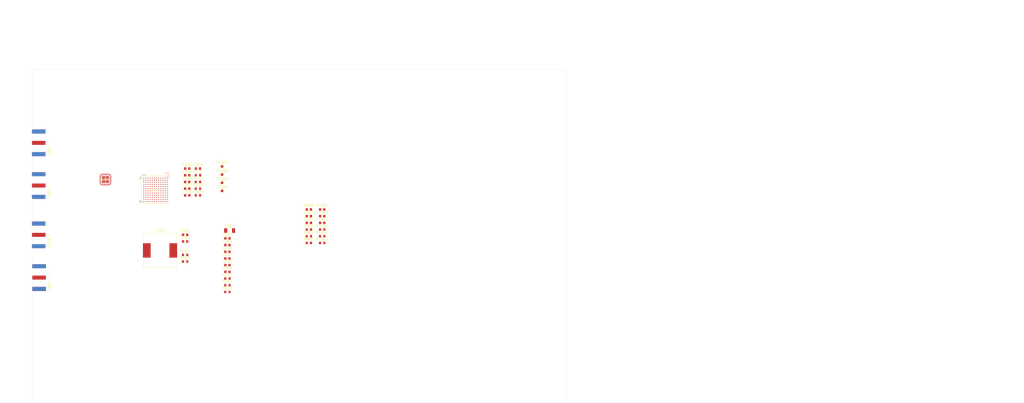
<source format=kicad_pcb>
(kicad_pcb (version 20240108) (generator "pcbnew") (generator_version "8.0")
  (title_block (date "2024-12-28"))
  (layers (0 "F.Cu" signal "RF.Cu") (1 "In1.Cu" power "GND.Cu") (2 "In2.Cu" signal "PWR.Cu") (3 "In3.Cu" power "GND2.Cu") (4 "In4.Cu" signal "LF.Cu") (5 "In5.Cu" power "PWR2.Cu") (6 "In6.Cu" power "GND3.Cu") (31 "B.Cu" signal "BTM.Cu") (34 "B.Paste" user) (35 "F.Paste" user) (36 "B.SilkS" user "B.Silkscreen") (37 "F.SilkS" user "F.Silkscreen") (38 "B.Mask" user) (39 "F.Mask" user) (44 "Edge.Cuts" user))
  (net 0 "")
  (net 1 "/RF/SMA/BAL_OUT1")
  (net 2 "/RF/RX1A_N")
  (net 3 "/RF/SMA/BAL_OUT2")
  (net 4 "/RF/RX1A_P")
  (net 5 "/RF/SMA1/BAL_OUT1")
  (net 6 "/RF/RX2A_N")
  (net 7 "/RF/RX2A_P")
  (net 8 "/RF/SMA1/BAL_OUT2")
  (net 9 "/RF/TX_MON1")
  (net 10 "Net-(C305-Pad1)")
  (net 11 "Net-(C306-Pad1)")
  (net 12 "/RF/TX_MON2")
  (net 13 "GND")
  (net 14 "/RF/RX1A")
  (net 15 "/RF/RX2A")
  (net 16 "/RF/TX1A")
  (net 17 "/RF/TX2A")
  (net 18 "Net-(R301-Pad2)")
  (net 19 "Net-(R302-Pad2)")
  (net 116 "/POWER/Vin")
  (net 117 "Net-(L201-Pad2)")
  (net 118 "/POWER/Vout")
  (net 119 "Net-(U201-RT)")
  (net 120 "/POWER/Pg")
  (net 121 "/POWER/Fb")
  (net 122 "/POWER/Vc")
  (net 124 "/POWER/Sync")
  (net 128 "/POWER/ss")
  (net 129 "Net-(C207-Pad2)")
  (net 130 "/POWER/LDO/1V3")
  (net 132 "Net-(U1001-SS)")
  (net 133 "/POWER/LDO1/1V3")
  (net 134 "/POWER/LDO/Pg")
  (net 135 "/POWER/LDO1/Pg")
  (net 136 "Net-(U1001-ADJ)")
  (footprint "Resistor_SMD:R_0603_1608Metric" (layer "F.Cu") (at 107.175 94.49)
    (property "Reference" "R201" (at 0 -1.43 0) (layer "F.SilkS"))
    (property "Value" "100k")
    (fp_line (start -0.237258 -0.5225) (end 0.237258 -0.5225) (stroke (width 0.12)) (layer "F.SilkS"))
    (fp_line (start -0.237258 0.5225) (end 0.237258 0.5225) (stroke (width 0.12)) (layer "F.SilkS"))
    (pad "1" smd roundrect (at -0.825 0) (size 0.8 0.95) (layers "F.Cu" "F.Paste" "F.Mask") (net 119 "Net-(U201-RT)"))
    (pad "2" smd roundrect (at 0.825 0) (size 0.8 0.95) (layers "F.Cu" "F.Paste" "F.Mask") (net 13 "GND"))
  )
  (footprint "Capacitor_SMD:C_0603_1608Metric" (layer "F.Cu") (at 158.5 82.49)
    (property "Reference" "C1003" (at 0 -1.43 0) (layer "F.SilkS"))
    (property "Value" "4.7uF")
    (fp_line (start -0.14058 -0.51) (end 0.14058 -0.51) (stroke (width 0.12)) (layer "F.SilkS"))
    (fp_line (start -0.14058 0.51) (end 0.14058 0.51) (stroke (width 0.12)) (layer "F.SilkS"))
    (pad "1" smd roundrect (at -0.775 0) (size 0.9 0.95) (layers "F.Cu" "F.Paste" "F.Mask") (net 133 "/POWER/LDO1/1V3"))
    (pad "2" smd roundrect (at 0.775 0) (size 0.9 0.95) (layers "F.Cu" "F.Paste" "F.Mask") (net 13 "GND"))
  )
  (footprint "Capacitor_SMD:C_0603_1608Metric" (layer "F.Cu") (at 153.5 82.49)
    (property "Reference" "C903" (at 0 -1.43 0) (layer "F.SilkS"))
    (property "Value" "1nF")
    (fp_line (start -0.14058 -0.51) (end 0.14058 -0.51) (stroke (width 0.12)) (layer "F.SilkS"))
    (fp_line (start -0.14058 0.51) (end 0.14058 0.51) (stroke (width 0.12)) (layer "F.SilkS"))
    (pad "1" smd roundrect (at -0.775 0) (size 0.9 0.95) (layers "F.Cu" "F.Paste" "F.Mask"))
    (pad "2" smd roundrect (at 0.775 0) (size 0.9 0.95) (layers "F.Cu" "F.Paste" "F.Mask") (net 13 "GND"))
  )
  (footprint "Connector_Coaxial:SMA_Amphenol_132289_EdgeMount" (layer "F.Cu") (at 52.3625 87 180)
    (property "Reference" "J303" (at -3.96 -3 90) (layer "F.SilkS"))
    (property "Value" "Conn_Coaxial")
    (fp_line (start -3.21 0) (end -3.71 -0.25) (stroke (width 0.12)) (layer "F.SilkS"))
    (fp_line (start -3.71 0.25) (end -3.21 0) (stroke (width 0.12)) (layer "F.SilkS"))
    (fp_line (start -3.71 -0.25) (end -3.71 0.25) (stroke (width 0.12)) (layer "F.SilkS"))
    (pad "1" smd rect (at 0 0 270) (size 1.5 5.08) (layers "F.Cu" "F.Paste" "F.Mask") (net 16 "/RF/TX1A"))
    (pad "2" smd rect (at 0 -4.25 270) (size 1.5 5.08) (layers "F.Cu" "F.Paste" "F.Mask") (net 13 "GND"))
    (pad "2" smd rect (at 0 -4.25 270) (size 1.5 5.08) (layers "B.Cu" "B.Paste" "B.Mask") (net 13 "GND"))
    (pad "2" smd rect (at 0 4.25 270) (size 1.5 5.08) (layers "F.Cu" "F.Paste" "F.Mask") (net 13 "GND"))
    (pad "2" smd rect (at 0 4.25 270) (size 1.5 5.08) (layers "B.Cu" "B.Paste" "B.Mask") (net 13 "GND"))
  )
  (footprint "Package_BGA:BC_144_7_ADI" (layer "F.Cu") (at 96.100001 70.100001)
    (property "Reference" "U301" (at 0 0 0) (layer "F.SilkS"))
    (property "Value" "AD9361BBCZ")
    (fp_line (start -5.127 -5.127) (end -5.127 5.127) (stroke (width 0.1524)) (layer "F.SilkS"))
    (fp_line (start -5.127 5.127) (end 5.127 5.127) (stroke (width 0.1524)) (layer "F.SilkS"))
    (fp_line (start -5 -1.199896) (end -5.254 -1.199896) (stroke (width 0.0254)) (layer "F.SilkS"))
    (fp_line (start -5 2.800096) (end -5.254 2.800096) (stroke (width 0.0254)) (layer "F.SilkS"))
    (fp_line (start -1.199896 -5) (end -1.199896 -5.254) (stroke (width 0.0254)) (layer "F.SilkS"))
    (fp_line (start -1.199896 5) (end -1.199896 5.254) (stroke (width 0.0254)) (layer "F.SilkS"))
    (fp_line (start 2.800096 -5) (end 2.800096 -5.254) (stroke (width 0.0254)) (layer "F.SilkS"))
    (fp_line (start 2.800096 5) (end 2.800096 5.254) (stroke (width 0.0254)) (layer "F.SilkS"))
    (fp_line (start 5 -1.199896) (end 5.254 -1.199896) (stroke (width 0.0254)) (layer "F.SilkS"))
    (fp_line (start 5 2.800096) (end 5.254 2.800096) (stroke (width 0.0254)) (layer "F.SilkS"))
    (fp_line (start 5.127 -5.127) (end -5.127 -5.127) (stroke (width 0.1524)) (layer "F.SilkS"))
    (fp_line (start 5.127 5.127) (end 5.127 -5.127) (stroke (width 0.1524)) (layer "F.SilkS"))
    (fp_text user "1" (at -4.4 -5.635 90) (layer "B.SilkS"))
    (fp_text user "12" (at 4.399999 -5.635 90) (layer "B.SilkS"))
    (fp_text user "A" (at -5.635 -4.4 0) (layer "B.SilkS"))
    (fp_text user "M" (at -5.635 4.399999 0) (layer "B.SilkS"))
    (fp_text user "1" (at -4.4 -5.635 90) (layer "F.SilkS"))
    (fp_text user "M" (at -5.635 4.399999 0) (layer "F.SilkS"))
    (fp_text user "12" (at 4.399999 -5.635 90) (layer "F.SilkS"))
    (fp_text user "A" (at -5.635 -4.4 0) (layer "F.SilkS"))
    (pad "A1" smd circle (at -4.4 -4.4) (size 0.3556 0.3556) (layers "F.Cu" "F.Paste" "F.Mask") (net 13 "GND"))
    (pad "A2" smd circle (at -3.6 -4.4) (size 0.3556 0.3556) (layers "F.Cu" "F.Paste" "F.Mask") (net 13 "GND"))
    (pad "A3" smd circle (at -2.8 -4.4) (size 0.3556 0.3556) (layers "F.Cu" "F.Paste" "F.Mask"))
    (pad "A4" smd circle (at -2 -4.4) (size 0.3556 0.3556) (layers "F.Cu" "F.Paste" "F.Mask") (net 13 "GND"))
    (pad "A5" smd circle (at -1.2 -4.4) (size 0.3556 0.3556) (layers "F.Cu" "F.Paste" "F.Mask"))
    (pad "A6" smd circle (at -0.4 -4.4) (size 0.3556 0.3556) (layers "F.Cu" "F.Paste" "F.Mask") (net 13 "GND"))
    (pad "A7" smd circle (at 0.4 -4.4) (size 0.3556 0.3556) (layers "F.Cu" "F.Paste" "F.Mask"))
    (pad "A8" smd circle (at 1.2 -4.4) (size 0.3556 0.3556) (layers "F.Cu" "F.Paste" "F.Mask"))
    (pad "A9" smd circle (at 2 -4.4) (size 0.3556 0.3556) (layers "F.Cu" "F.Paste" "F.Mask"))
    (pad "A10" smd circle (at 2.799999 -4.4) (size 0.3556 0.3556) (layers "F.Cu" "F.Paste" "F.Mask"))
    (pad "A11" smd circle (at 3.599999 -4.4) (size 0.3556 0.3556) (layers "F.Cu" "F.Paste" "F.Mask"))
    (pad "A12" smd circle (at 4.399999 -4.4) (size 0.3556 0.3556) (layers "F.Cu" "F.Paste" "F.Mask"))
    (pad "B1" smd circle (at -4.4 -3.6) (size 0.3556 0.3556) (layers "F.Cu" "F.Paste" "F.Mask") (net 13 "GND"))
    (pad "B2" smd circle (at -3.6 -3.6) (size 0.3556 0.3556) (layers "F.Cu" "F.Paste" "F.Mask") (net 13 "GND"))
    (pad "B3" smd circle (at -2.8 -3.6) (size 0.3556 0.3556) (layers "F.Cu" "F.Paste" "F.Mask"))
    (pad "B4" smd circle (at -2 -3.6) (size 0.3556 0.3556) (layers "F.Cu" "F.Paste" "F.Mask"))
    (pad "B5" smd circle (at -1.2 -3.6) (size 0.3556 0.3556) (layers "F.Cu" "F.Paste" "F.Mask"))
    (pad "B6" smd circle (at -0.4 -3.6) (size 0.3556 0.3556) (layers "F.Cu" "F.Paste" "F.Mask"))
    (pad "B7" smd circle (at 0.4 -3.6) (size 0.3556 0.3556) (layers "F.Cu" "F.Paste" "F.Mask"))
    (pad "B8" smd circle (at 1.2 -3.6) (size 0.3556 0.3556) (layers "F.Cu" "F.Paste" "F.Mask"))
    (pad "B9" smd circle (at 2 -3.6) (size 0.3556 0.3556) (layers "F.Cu" "F.Paste" "F.Mask"))
    (pad "B10" smd circle (at 2.799999 -3.6) (size 0.3556 0.3556) (layers "F.Cu" "F.Paste" "F.Mask"))
    (pad "B11" smd circle (at 3.599999 -3.6) (size 0.3556 0.3556) (layers "F.Cu" "F.Paste" "F.Mask"))
    (pad "B12" smd circle (at 4.399999 -3.6) (size 0.3556 0.3556) (layers "F.Cu" "F.Paste" "F.Mask") (net 13 "GND"))
    (pad "C1" smd circle (at -4.4 -2.8) (size 0.3556 0.3556) (layers "F.Cu" "F.Paste" "F.Mask") (net 13 "GND"))
    (pad "C2" smd circle (at -3.6 -2.8) (size 0.3556 0.3556) (layers "F.Cu" "F.Paste" "F.Mask") (net 13 "GND"))
    (pad "C3" smd circle (at -2.8 -2.8) (size 0.3556 0.3556) (layers "F.Cu" "F.Paste" "F.Mask"))
    (pad "C4" smd circle (at -2 -2.8) (size 0.3556 0.3556) (layers "F.Cu" "F.Paste" "F.Mask"))
    (pad "C5" smd circle (at -1.2 -2.8) (size 0.3556 0.3556) (layers "F.Cu" "F.Paste" "F.Mask"))
    (pad "C6" smd circle (at -0.4 -2.8) (size 0.3556 0.3556) (layers "F.Cu" "F.Paste" "F.Mask"))
    (pad "C7" smd circle (at 0.4 -2.8) (size 0.3556 0.3556) (layers "F.Cu" "F.Paste" "F.Mask") (net 13 "GND"))
    (pad "C8" smd circle (at 1.2 -2.8) (size 0.3556 0.3556) (layers "F.Cu" "F.Paste" "F.Mask") (net 13 "GND"))
    (pad "C9" smd circle (at 2 -2.8) (size 0.3556 0.3556) (layers "F.Cu" "F.Paste" "F.Mask") (net 13 "GND"))
    (pad "C10" smd circle (at 2.799999 -2.8) (size 0.3556 0.3556) (layers "F.Cu" "F.Paste" "F.Mask") (net 13 "GND"))
    (pad "C11" smd circle (at 3.599999 -2.8) (size 0.3556 0.3556) (layers "F.Cu" "F.Paste" "F.Mask") (net 13 "GND"))
    (pad "C12" smd circle (at 4.399999 -2.8) (size 0.3556 0.3556) (layers "F.Cu" "F.Paste" "F.Mask") (net 13 "GND"))
    (pad "D1" smd circle (at -4.4 -2) (size 0.3556 0.3556) (layers "F.Cu" "F.Paste" "F.Mask") (net 13 "GND"))
    (pad "D2" smd circle (at -3.6 -2) (size 0.3556 0.3556) (layers "F.Cu" "F.Paste" "F.Mask"))
    (pad "D3" smd circle (at -2.8 -2) (size 0.3556 0.3556) (layers "F.Cu" "F.Paste" "F.Mask"))
    (pad "D4" smd circle (at -2 -2) (size 0.3556 0.3556) (layers "F.Cu" "F.Paste" "F.Mask"))
    (pad "D5" smd circle (at -1.2 -2) (size 0.3556 0.3556) (layers "F.Cu" "F.Paste" "F.Mask"))
    (pad "D6" smd circle (at -0.4 -2) (size 0.3556 0.3556) (layers "F.Cu" "F.Paste" "F.Mask"))
    (pad "D7" smd circle (at 0.4 -2) (size 0.3556 0.3556) (layers "F.Cu" "F.Paste" "F.Mask"))
    (pad "D8" smd circle (at 1.2 -2) (size 0.3556 0.3556) (layers "F.Cu" "F.Paste" "F.Mask"))
    (pad "D9" smd circle (at 2 -2) (size 0.3556 0.3556) (layers "F.Cu" "F.Paste" "F.Mask"))
    (pad "D10" smd circle (at 2.799999 -2) (size 0.3556 0.3556) (layers "F.Cu" "F.Paste" "F.Mask"))
    (pad "D11" smd circle (at 3.599999 -2) (size 0.3556 0.3556) (layers "F.Cu" "F.Paste" "F.Mask"))
    (pad "D12" smd circle (at 4.399999 -2) (size 0.3556 0.3556) (layers "F.Cu" "F.Paste" "F.Mask") (net 13 "GND"))
    (pad "E1" smd circle (at -4.4 -1.2) (size 0.3556 0.3556) (layers "F.Cu" "F.Paste" "F.Mask") (net 13 "GND"))
    (pad "E2" smd circle (at -3.6 -1.2) (size 0.3556 0.3556) (layers "F.Cu" "F.Paste" "F.Mask"))
    (pad "E3" smd circle (at -2.8 -1.2) (size 0.3556 0.3556) (layers "F.Cu" "F.Paste" "F.Mask"))
    (pad "E4" smd circle (at -2 -1.2) (size 0.3556 0.3556) (layers "F.Cu" "F.Paste" "F.Mask"))
    (pad "E5" smd circle (at -1.2 -1.2) (size 0.3556 0.3556) (layers "F.Cu" "F.Paste" "F.Mask"))
    (pad "E6" smd circle (at -0.4 -1.2) (size 0.3556 0.3556) (layers "F.Cu" "F.Paste" "F.Mask"))
    (pad "E7" smd circle (at 0.4 -1.2) (size 0.3556 0.3556) (layers "F.Cu" "F.Paste" "F.Mask"))
    (pad "E8" smd circle (at 1.2 -1.2) (size 0.3556 0.3556) (layers "F.Cu" "F.Paste" "F.Mask"))
    (pad "E9" smd circle (at 2 -1.2) (size 0.3556 0.3556) (layers "F.Cu" "F.Paste" "F.Mask"))
    (pad "E10" smd circle (at 2.799999 -1.2) (size 0.3556 0.3556) (layers "F.Cu" "F.Paste" "F.Mask"))
    (pad "E11" smd circle (at 3.599999 -1.2) (size 0.3556 0.3556) (layers "F.Cu" "F.Paste" "F.Mask"))
    (pad "E12" smd circle (at 4.399999 -1.2) (size 0.3556 0.3556) (layers "F.Cu" "F.Paste" "F.Mask"))
    (pad "F1" smd circle (at -4.4 -0.4) (size 0.3556 0.3556) (layers "F.Cu" "F.Paste" "F.Mask") (net 13 "GND"))
    (pad "F2" smd circle (at -3.6 -0.4) (size 0.3556 0.3556) (layers "F.Cu" "F.Paste" "F.Mask"))
    (pad "F3" smd circle (at -2.8 -0.4) (size 0.3556 0.3556) (layers "F.Cu" "F.Paste" "F.Mask") (net 13 "GND"))
    (pad "F4" smd circle (at -2 -0.4) (size 0.3556 0.3556) (layers "F.Cu" "F.Paste" "F.Mask"))
    (pad "F5" smd circle (at -1.2 -0.4) (size 0.3556 0.3556) (layers "F.Cu" "F.Paste" "F.Mask"))
    (pad "F6" smd circle (at -0.4 -0.4) (size 0.3556 0.3556) (layers "F.Cu" "F.Paste" "F.Mask"))
    (pad "F7" smd circle (at 0.4 -0.4) (size 0.3556 0.3556) (layers "F.Cu" "F.Paste" "F.Mask") (net 13 "GND"))
    (pad "F8" smd circle (at 1.2 -0.4) (size 0.3556 0.3556) (layers "F.Cu" "F.Paste" "F.Mask"))
    (pad "F9" smd circle (at 2 -0.4) (size 0.3556 0.3556) (layers "F.Cu" "F.Paste" "F.Mask") (net 13 "GND"))
    (pad "F10" smd circle (at 2.799999 -0.4) (size 0.3556 0.3556) (layers "F.Cu" "F.Paste" "F.Mask"))
    (pad "F11" smd circle (at 3.599999 -0.4) (size 0.3556 0.3556) (layers "F.Cu" "F.Paste" "F.Mask") (net 13 "GND"))
    (pad "F12" smd circle (at 4.399999 -0.4) (size 0.3556 0.3556) (layers "F.Cu" "F.Paste" "F.Mask"))
    (pad "G1" smd circle (at -4.4 0.4) (size 0.3556 0.3556) (layers "F.Cu" "F.Paste" "F.Mask"))
    (pad "G2" smd circle (at -3.6 0.4) (size 0.3556 0.3556) (layers "F.Cu" "F.Paste" "F.Mask"))
    (pad "G3" smd circle (at -2.8 0.4) (size 0.3556 0.3556) (layers "F.Cu" "F.Paste" "F.Mask"))
    (pad "G4" smd circle (at -2 0.4) (size 0.3556 0.3556) (layers "F.Cu" "F.Paste" "F.Mask"))
    (pad "G5" smd circle (at -1.2 0.4) (size 0.3556 0.3556) (layers "F.Cu" "F.Paste" "F.Mask"))
    (pad "G6" smd circle (at -0.4 0.4) (size 0.3556 0.3556) (layers "F.Cu" "F.Paste" "F.Mask"))
    (pad "G7" smd circle (at 0.4 0.4) (size 0.3556 0.3556) (layers "F.Cu" "F.Paste" "F.Mask"))
    (pad "G8" smd circle (at 1.2 0.4) (size 0.3556 0.3556) (layers "F.Cu" "F.Paste" "F.Mask"))
    (pad "G9" smd circle (at 2 0.4) (size 0.3556 0.3556) (layers "F.Cu" "F.Paste" "F.Mask"))
    (pad "G10" smd circle (at 2.799999 0.4) (size 0.3556 0.3556) (layers "F.Cu" "F.Paste" "F.Mask"))
    (pad "G11" smd circle (at 3.599999 0.4) (size 0.3556 0.3556) (layers "F.Cu" "F.Paste" "F.Mask"))
    (pad "G12" smd circle (at 4.399999 0.4) (size 0.3556 0.3556) (layers "F.Cu" "F.Paste" "F.Mask") (net 13 "GND"))
    (pad "H1" smd circle (at -4.4 1.2) (size 0.3556 0.3556) (layers "F.Cu" "F.Paste" "F.Mask") (net 13 "GND"))
    (pad "H2" smd circle (at -3.6 1.2) (size 0.3556 0.3556) (layers "F.Cu" "F.Paste" "F.Mask") (net 13 "GND"))
    (pad "H3" smd circle (at -2.8 1.2) (size 0.3556 0.3556) (layers "F.Cu" "F.Paste" "F.Mask") (net 13 "GND"))
    (pad "H4" smd circle (at -2 1.2) (size 0.3556 0.3556) (layers "F.Cu" "F.Paste" "F.Mask"))
    (pad "H5" smd circle (at -1.2 1.2) (size 0.3556 0.3556) (layers "F.Cu" "F.Paste" "F.Mask"))
    (pad "H6" smd circle (at -0.4 1.2) (size 0.3556 0.3556) (layers "F.Cu" "F.Paste" "F.Mask") (net 13 "GND"))
    (pad "H7" smd circle (at 0.4 1.2) (size 0.3556 0.3556) (layers "F.Cu" "F.Paste" "F.Mask") (net 13 "GND"))
    (pad "H8" smd circle (at 1.2 1.2) (size 0.3556 0.3556) (layers "F.Cu" "F.Paste" "F.Mask"))
    (pad "H9" smd circle (at 2 1.2) (size 0.3556 0.3556) (layers "F.Cu" "F.Paste" "F.Mask"))
    (pad "H10" smd circle (at 2.799999 1.2) (size 0.3556 0.3556) (layers "F.Cu" "F.Paste" "F.Mask") (net 13 "GND"))
    (pad "H11" smd circle (at 3.599999 1.2) (size 0.3556 0.3556) (layers "F.Cu" "F.Paste" "F.Mask"))
    (pad "H12" smd circle (at 4.399999 1.2) (size 0.3556 0.3556) (layers "F.Cu" "F.Paste" "F.Mask"))
    (pad "J1" smd circle (at -4.4 2) (size 0.3556 0.3556) (layers "F.Cu" "F.Paste" "F.Mask") (net 13 "GND"))
    (pad "J2" smd circle (at -3.6 2) (size 0.3556 0.3556) (layers "F.Cu" "F.Paste" "F.Mask") (net 13 "GND"))
    (pad "J3" smd circle (at -2.8 2) (size 0.3556 0.3556) (layers "F.Cu" "F.Paste" "F.Mask"))
    (pad "J4" smd circle (at -2 2) (size 0.3556 0.3556) (layers "F.Cu" "F.Paste" "F.Mask"))
    (pad "J5" smd circle (at -1.2 2) (size 0.3556 0.3556) (layers "F.Cu" "F.Paste" "F.Mask"))
    (pad "J6" smd circle (at -0.4 2) (size 0.3556 0.3556) (layers "F.Cu" "F.Paste" "F.Mask"))
    (pad "J7" smd circle (at 0.4 2) (size 0.3556 0.3556) (layers "F.Cu" "F.Paste" "F.Mask"))
    (pad "J8" smd circle (at 1.2 2) (size 0.3556 0.3556) (layers "F.Cu" "F.Paste" "F.Mask"))
    (pad "J9" smd circle (at 2 2) (size 0.3556 0.3556) (layers "F.Cu" "F.Paste" "F.Mask"))
    (pad "J10" smd circle (at 2.799999 2) (size 0.3556 0.3556) (layers "F.Cu" "F.Paste" "F.Mask"))
    (pad "J11" smd circle (at 3.599999 2) (size 0.3556 0.3556) (layers "F.Cu" "F.Paste" "F.Mask"))
    (pad "J12" smd circle (at 4.399999 2) (size 0.3556 0.3556) (layers "F.Cu" "F.Paste" "F.Mask"))
    (pad "K1" smd circle (at -4.4 2.799999) (size 0.3556 0.3556) (layers "F.Cu" "F.Paste" "F.Mask") (net 13 "GND"))
    (pad "K2" smd circle (at -3.6 2.799999) (size 0.3556 0.3556) (layers "F.Cu" "F.Paste" "F.Mask") (net 13 "GND"))
    (pad "K3" smd circle (at -2.8 2.799999) (size 0.3556 0.3556) (layers "F.Cu" "F.Paste" "F.Mask"))
    (pad "K4" smd circle (at -2 2.799999) (size 0.3556 0.3556) (layers "F.Cu" "F.Paste" "F.Mask"))
    (pad "K5" smd circle (at -1.2 2.799999) (size 0.3556 0.3556) (layers "F.Cu" "F.Paste" "F.Mask"))
    (pad "K6" smd circle (at -0.4 2.799999) (size 0.3556 0.3556) (layers "F.Cu" "F.Paste" "F.Mask"))
    (pad "K7" smd circle (at 0.4 2.799999) (size 0.3556 0.3556) (layers "F.Cu" "F.Paste" "F.Mask"))
    (pad "K8" smd circle (at 1.2 2.799999) (size 0.3556 0.3556) (layers "F.Cu" "F.Paste" "F.Mask"))
    (pad "K9" smd circle (at 2 2.799999) (size 0.3556 0.3556) (layers "F.Cu" "F.Paste" "F.Mask"))
    (pad "K10" smd circle (at 2.799999 2.799999) (size 0.3556 0.3556) (layers "F.Cu" "F.Paste" "F.Mask"))
    (pad "K11" smd circle (at 3.599999 2.799999) (size 0.3556 0.3556) (layers "F.Cu" "F.Paste" "F.Mask"))
    (pad "K12" smd circle (at 4.399999 2.799999) (size 0.3556 0.3556) (layers "F.Cu" "F.Paste" "F.Mask") (net 13 "GND"))
    (pad "L1" smd circle (at -4.4 3.599999) (size 0.3556 0.3556) (layers "F.Cu" "F.Paste" "F.Mask") (net 13 "GND"))
    (pad "L2" smd circle (at -3.6 3.599999) (size 0.3556 0.3556) (layers "F.Cu" "F.Paste" "F.Mask") (net 13 "GND"))
    (pad "L3" smd circle (at -2.8 3.599999) (size 0.3556 0.3556) (layers "F.Cu" "F.Paste" "F.Mask") (net 13 "GND"))
    (pad "L4" smd circle (at -2 3.599999) (size 0.3556 0.3556) (layers "F.Cu" "F.Paste" "F.Mask"))
    (pad "L5" smd circle (at -1.2 3.599999) (size 0.3556 0.3556) (layers "F.Cu" "F.Paste" "F.Mask"))
    (pad "L6" smd circle (at -0.4 3.599999) (size 0.3556 0.3556) (layers "F.Cu" "F.Paste" "F.Mask"))
    (pad "L7" smd circle (at 0.4 3.599999) (size 0.3556 0.3556) (layers "F.Cu" "F.Paste" "F.Mask") (net 13 "GND"))
    (pad "L8" smd circle (at 1.2 3.599999) (size 0.3556 0.3556) (layers "F.Cu" "F.Paste" "F.Mask") (net 13 "GND"))
    (pad "L9" smd circle (at 2 3.599999) (size 0.3556 0.3556) (layers "F.Cu" "F.Paste" "F.Mask") (net 13 "GND"))
    (pad "L10" smd circle (at 2.799999 3.599999) (size 0.3556 0.3556) (layers "F.Cu" "F.Paste" "F.Mask") (net 13 "GND"))
    (pad "L11" smd circle (at 3.599999 3.599999) (size 0.3556 0.3556) (layers "F.Cu" "F.Paste" "F.Mask") (net 13 "GND"))
    (pad "L12" smd circle (at 4.399999 3.599999) (size 0.3556 0.3556) (layers "F.Cu" "F.Paste" "F.Mask") (net 13 "GND"))
    (pad "M1" smd circle (at -4.4 4.399999) (size 0.3556 0.3556) (layers "F.Cu" "F.Paste" "F.Mask") (net 13 "GND"))
    (pad "M2" smd circle (at -3.6 4.399999) (size 0.3556 0.3556) (layers "F.Cu" "F.Paste" "F.Mask") (net 13 "GND"))
    (pad "M3" smd circle (at -2.8 4.399999) (size 0.3556 0.3556) (layers "F.Cu" "F.Paste" "F.Mask"))
    (pad "M4" smd circle (at -2 4.399999) (size 0.3556 0.3556) (layers "F.Cu" "F.Paste" "F.Mask") (net 13 "GND"))
    (pad "M5" smd circle (at -1.2 4.399999) (size 0.3556 0.3556) (layers "F.Cu" "F.Paste" "F.Mask"))
    (pad "M6" smd circle (at -0.4 4.399999) (size 0.3556 0.3556) (layers "F.Cu" "F.Paste" "F.Mask") (net 13 "GND"))
    (pad "M7" smd circle (at 0.4 4.399999) (size 0.3556 0.3556) (layers "F.Cu" "F.Paste" "F.Mask"))
    (pad "M8" smd circle (at 1.2 4.399999) (size 0.3556 0.3556) (layers "F.Cu" "F.Paste" "F.Mask"))
    (pad "M9" smd circle (at 2 4.399999) (size 0.3556 0.3556) (layers "F.Cu" "F.Paste" "F.Mask"))
    (pad "M10" smd circle (at 2.799999 4.399999) (size 0.3556 0.3556) (layers "F.Cu" "F.Paste" "F.Mask"))
    (pad "M11" smd circle (at 3.599999 4.399999) (size 0.3556 0.3556) (layers "F.Cu" "F.Paste" "F.Mask"))
    (pad "M12" smd circle (at 4.399999 4.399999) (size 0.3556 0.3556) (layers "F.Cu" "F.Paste" "F.Mask"))
  )
  (footprint "Capacitor_SMD:C_0603_1608Metric" (layer "F.Cu") (at 107.175 86.96)
    (property "Reference" "C201" (at 0 -1.43 0) (layer "F.SilkS"))
    (property "Value" "22uF")
    (fp_line (start -0.14058 -0.51) (end 0.14058 -0.51) (stroke (width 0.12)) (layer "F.SilkS"))
    (fp_line (start -0.14058 0.51) (end 0.14058 0.51) (stroke (width 0.12)) (layer "F.SilkS"))
    (pad "1" smd roundrect (at -0.775 0) (size 0.9 0.95) (layers "F.Cu" "F.Paste" "F.Mask") (net 116 "/POWER/Vin"))
    (pad "2" smd roundrect (at 0.775 0) (size 0.9 0.95) (layers "F.Cu" "F.Paste" "F.Mask") (net 13 "GND"))
  )
  (footprint "Capacitor_SMD:C_0603_1608Metric" (layer "F.Cu") (at 107.96 62.13)
    (property "Reference" "C301" (at 0 -1.43 0) (layer "F.SilkS"))
    (property "Value" "18pF")
    (fp_line (start -0.14058 -0.51) (end 0.14058 -0.51) (stroke (width 0.12)) (layer "F.SilkS"))
    (fp_line (start -0.14058 0.51) (end 0.14058 0.51) (stroke (width 0.12)) (layer "F.SilkS"))
    (pad "1" smd roundrect (at -0.775 0) (size 0.9 0.95) (layers "F.Cu" "F.Paste" "F.Mask") (net 1 "/RF/SMA/BAL_OUT1"))
    (pad "2" smd roundrect (at 0.775 0) (size 0.9 0.95) (layers "F.Cu" "F.Paste" "F.Mask") (net 2 "/RF/RX1A_N"))
  )
  (footprint "Resistor_SMD:R_0603_1608Metric" (layer "F.Cu") (at 153.5 85)
    (property "Reference" "R901" (at 0 -1.43 0) (layer "F.SilkS"))
    (property "Value" "16K")
    (fp_line (start -0.237258 -0.5225) (end 0.237258 -0.5225) (stroke (width 0.12)) (layer "F.SilkS"))
    (fp_line (start -0.237258 0.5225) (end 0.237258 0.5225) (stroke (width 0.12)) (layer "F.SilkS"))
    (pad "1" smd roundrect (at -0.825 0) (size 0.8 0.95) (layers "F.Cu" "F.Paste" "F.Mask") (net 130 "/POWER/LDO/1V3"))
    (pad "2" smd roundrect (at 0.825 0) (size 0.8 0.95) (layers "F.Cu" "F.Paste" "F.Mask"))
  )
  (footprint "TestPoint:TestPoint_Pad_D1.0mm" (layer "F.Cu") (at 121 67.45)
    (property "Reference" "TP303" (at 0 -1.448 0) (layer "F.SilkS"))
    (property "Value" "TestPoint")
    (fp_circle (center 0 0) (end 0 0.7) (stroke (width 0.12)) (fill none) (layer "F.SilkS"))
    (pad "1" smd circle (at 0 0) (size 1 1) (layers "F.Cu" "F.Mask") (net 19 "Net-(R302-Pad2)"))
  )
  (footprint "Capacitor_SMD:C_0603_1608Metric" (layer "F.Cu") (at 153.5 77.47)
    (property "Reference" "C901" (at 0 -1.43 0) (layer "F.SilkS"))
    (property "Value" "4.7uF")
    (fp_line (start -0.14058 -0.51) (end 0.14058 -0.51) (stroke (width 0.12)) (layer "F.SilkS"))
    (fp_line (start -0.14058 0.51) (end 0.14058 0.51) (stroke (width 0.12)) (layer "F.SilkS"))
    (pad "1" smd roundrect (at -0.775 0) (size 0.9 0.95) (layers "F.Cu" "F.Paste" "F.Mask") (net 118 "/POWER/Vout"))
    (pad "2" smd roundrect (at 0.775 0) (size 0.9 0.95) (layers "F.Cu" "F.Paste" "F.Mask") (net 13 "GND"))
  )
  (footprint "Resistor_SMD:R_0603_1608Metric" (layer "F.Cu") (at 107.175 97)
    (property "Reference" "R202" (at 0 -1.43 0) (layer "F.SilkS"))
    (property "Value" "100k")
    (fp_line (start -0.237258 -0.5225) (end 0.237258 -0.5225) (stroke (width 0.12)) (layer "F.SilkS"))
    (fp_line (start -0.237258 0.5225) (end 0.237258 0.5225) (stroke (width 0.12)) (layer "F.SilkS"))
    (pad "1" smd roundrect (at -0.825 0) (size 0.8 0.95) (layers "F.Cu" "F.Paste" "F.Mask") (net 120 "/POWER/Pg"))
    (pad "2" smd roundrect (at 0.825 0) (size 0.8 0.95) (layers "F.Cu" "F.Paste" "F.Mask") (net 118 "/POWER/Vout"))
  )
  (footprint "Capacitor_SMD:C_0603_1608Metric" (layer "F.Cu") (at 153.5 79.98)
    (property "Reference" "C902" (at 0 -1.43 0) (layer "F.SilkS"))
    (property "Value" "4.7uF")
    (fp_line (start -0.14058 -0.51) (end 0.14058 -0.51) (stroke (width 0.12)) (layer "F.SilkS"))
    (fp_line (start -0.14058 0.51) (end 0.14058 0.51) (stroke (width 0.12)) (layer "F.SilkS"))
    (pad "1" smd roundrect (at -0.775 0) (size 0.9 0.95) (layers "F.Cu" "F.Paste" "F.Mask") (net 130 "/POWER/LDO/1V3"))
    (pad "2" smd roundrect (at 0.775 0) (size 0.9 0.95) (layers "F.Cu" "F.Paste" "F.Mask") (net 13 "GND"))
  )
  (footprint "Capacitor_SMD:C_0603_1608Metric" (layer "F.Cu") (at 123.015 93.32)
    (property "Reference" "C206" (at 0 -1.43 0) (layer "F.SilkS"))
    (property "Value" "750pF")
    (fp_line (start -0.14058 -0.51) (end 0.14058 -0.51) (stroke (width 0.12)) (layer "F.SilkS"))
    (fp_line (start -0.14058 0.51) (end 0.14058 0.51) (stroke (width 0.12)) (layer "F.SilkS"))
    (pad "1" smd roundrect (at -0.775 0) (size 0.9 0.95) (layers "F.Cu" "F.Paste" "F.Mask") (net 122 "/POWER/Vc"))
    (pad "2" smd roundrect (at 0.775 0) (size 0.9 0.95) (layers "F.Cu" "F.Paste" "F.Mask") (net 13 "GND"))
  )
  (footprint "Connector_Coaxial:SMA_Amphenol_132289_EdgeMount" (layer "F.Cu") (at 52.3625 68.5 180)
    (property "Reference" "J302" (at -3.96 -3 90) (layer "F.SilkS"))
    (property "Value" "Conn_Coaxial")
    (fp_line (start -3.21 0) (end -3.71 -0.25) (stroke (width 0.12)) (layer "F.SilkS"))
    (fp_line (start -3.71 0.25) (end -3.21 0) (stroke (width 0.12)) (layer "F.SilkS"))
    (fp_line (start -3.71 -0.25) (end -3.71 0.25) (stroke (width 0.12)) (layer "F.SilkS"))
    (pad "1" smd rect (at 0 0 270) (size 1.5 5.08) (layers "F.Cu" "F.Paste" "F.Mask") (net 15 "/RF/RX2A"))
    (pad "2" smd rect (at 0 -4.25 270) (size 1.5 5.08) (layers "F.Cu" "F.Paste" "F.Mask") (net 13 "GND"))
    (pad "2" smd rect (at 0 -4.25 270) (size 1.5 5.08) (layers "B.Cu" "B.Paste" "B.Mask") (net 13 "GND"))
    (pad "2" smd rect (at 0 4.25 270) (size 1.5 5.08) (layers "F.Cu" "F.Paste" "F.Mask") (net 13 "GND"))
    (pad "2" smd rect (at 0 4.25 270) (size 1.5 5.08) (layers "B.Cu" "B.Paste" "B.Mask") (net 13 "GND"))
  )
  (footprint "Capacitor_SMD:C_0603_1608Metric" (layer "F.Cu") (at 123.015 88.3)
    (property "Reference" "C203" (at 0 -1.43 0) (layer "F.SilkS"))
    (property "Value" "1nF")
    (fp_line (start -0.14058 -0.51) (end 0.14058 -0.51) (stroke (width 0.12)) (layer "F.SilkS"))
    (fp_line (start -0.14058 0.51) (end 0.14058 0.51) (stroke (width 0.12)) (layer "F.SilkS"))
    (pad "1" smd roundrect (at -0.775 0) (size 0.9 0.95) (layers "F.Cu" "F.Paste" "F.Mask") (net 128 "/POWER/ss"))
    (pad "2" smd roundrect (at 0.775 0) (size 0.9 0.95) (layers "F.Cu" "F.Paste" "F.Mask") (net 13 "GND"))
  )
  (footprint "Capacitor_SMD:C_0603_1608Metric" (layer "F.Cu") (at 107.96 64.64)
    (property "Reference" "C302" (at 0 -1.43 0) (layer "F.SilkS"))
    (property "Value" "18pF")
    (fp_line (start -0.14058 -0.51) (end 0.14058 -0.51) (stroke (width 0.12)) (layer "F.SilkS"))
    (fp_line (start -0.14058 0.51) (end 0.14058 0.51) (stroke (width 0.12)) (layer "F.SilkS"))
    (pad "1" smd roundrect (at -0.775 0) (size 0.9 0.95) (layers "F.Cu" "F.Paste" "F.Mask") (net 3 "/RF/SMA/BAL_OUT2"))
    (pad "2" smd roundrect (at 0.775 0) (size 0.9 0.95) (layers "F.Cu" "F.Paste" "F.Mask") (net 4 "/RF/RX1A_P"))
  )
  (footprint "TestPoint:TestPoint_Pad_D1.0mm" (layer "F.Cu") (at 121 64.4)
    (property "Reference" "TP302" (at 0 -1.448 0) (layer "F.SilkS"))
    (property "Value" "TestPoint")
    (fp_circle (center 0 0) (end 0 0.7) (stroke (width 0.12)) (fill none) (layer "F.SilkS"))
    (pad "1" smd circle (at 0 0) (size 1 1) (layers "F.Cu" "F.Mask") (net 13 "GND"))
  )
  (footprint "Capacitor_SMD:C_1206_3216Metric" (layer "F.Cu") (at 123.835 85.37)
    (property "Reference" "C204" (at 0 -1.85 0) (layer "F.SilkS"))
    (property "Value" "100uF")
    (fp_line (start -0.711252 -0.91) (end 0.711252 -0.91) (stroke (width 0.12)) (layer "F.SilkS"))
    (fp_line (start -0.711252 0.91) (end 0.711252 0.91) (stroke (width 0.12)) (layer "F.SilkS"))
    (pad "1" smd roundrect (at -1.475 0) (size 1.15 1.8) (layers "F.Cu" "F.Paste" "F.Mask") (roundrect_rratio 0.217391) (net 118 "/POWER/Vout"))
    (pad "2" smd roundrect (at 1.475 0) (size 1.15 1.8) (layers "F.Cu" "F.Paste" "F.Mask") (roundrect_rratio 0.217391) (net 13 "GND"))
  )
  (footprint "Resistor_SMD:R_0603_1608Metric" (layer "F.Cu") (at 158.5 85)
    (property "Reference" "R1001" (at 0 -1.43 0) (layer "F.SilkS"))
    (property "Value" "100k")
    (fp_line (start -0.237258 -0.5225) (end 0.237258 -0.5225) (stroke (width 0.12)) (layer "F.SilkS"))
    (fp_line (start -0.237258 0.5225) (end 0.237258 0.5225) (stroke (width 0.12)) (layer "F.SilkS"))
    (pad "1" smd roundrect (at -0.825 0) (size 0.8 0.95) (layers "F.Cu" "F.Paste" "F.Mask") (net 118 "/POWER/Vout"))
    (pad "2" smd roundrect (at 0.825 0) (size 0.8 0.95) (layers "F.Cu" "F.Paste" "F.Mask") (net 135 "/POWER/LDO1/Pg"))
  )
  (footprint "Capacitor_SMD:C_0603_1608Metric" (layer "F.Cu") (at 158.5 79.98)
    (property "Reference" "C1002" (at 0 -1.43 0) (layer "F.SilkS"))
    (property "Value" "1nF")
    (fp_line (start -0.14058 -0.51) (end 0.14058 -0.51) (stroke (width 0.12)) (layer "F.SilkS"))
    (fp_line (start -0.14058 0.51) (end 0.14058 0.51) (stroke (width 0.12)) (layer "F.SilkS"))
    (pad "1" smd roundrect (at -0.775 0) (size 0.9 0.95) (layers "F.Cu" "F.Paste" "F.Mask") (net 132 "Net-(U1001-SS)"))
    (pad "2" smd roundrect (at 0.775 0) (size 0.9 0.95) (layers "F.Cu" "F.Paste" "F.Mask") (net 13 "GND"))
  )
  (footprint "Capacitor_SMD:C_0603_1608Metric" (layer "F.Cu") (at 123.015 98.34)
    (property "Reference" "C208" (at 0 -1.43 0) (layer "F.SilkS"))
    (property "Value" "C")
    (fp_line (start -0.14058 -0.51) (end 0.14058 -0.51) (stroke (width 0.12)) (layer "F.SilkS"))
    (fp_line (start -0.14058 0.51) (end 0.14058 0.51) (stroke (width 0.12)) (layer "F.SilkS"))
    (pad "1" smd roundrect (at -0.775 0) (size 0.9 0.95) (layers "F.Cu" "F.Paste" "F.Mask") (net 118 "/POWER/Vout"))
    (pad "2" smd roundrect (at 0.775 0) (size 0.9 0.95) (layers "F.Cu" "F.Paste" "F.Mask") (net 121 "/POWER/Fb"))
  )
  (footprint "Resistor_SMD:R_0603_1608Metric" (layer "F.Cu") (at 158.5 90.02)
    (property "Reference" "R1003" (at 0 -1.43 0) (layer "F.SilkS"))
    (property "Value" "10K")
    (fp_line (start -0.237258 -0.5225) (end 0.237258 -0.5225) (stroke (width 0.12)) (layer "F.SilkS"))
    (fp_line (start -0.237258 0.5225) (end 0.237258 0.5225) (stroke (width 0.12)) (layer "F.SilkS"))
    (pad "1" smd roundrect (at -0.825 0) (size 0.8 0.95) (layers "F.Cu" "F.Paste" "F.Mask") (net 136 "Net-(U1001-ADJ)"))
    (pad "2" smd roundrect (at 0.825 0) (size 0.8 0.95) (layers "F.Cu" "F.Paste" "F.Mask") (net 13 "GND"))
  )
  (footprint "Capacitor_SMD:C_0603_1608Metric" (layer "F.Cu") (at 107.175 89.47)
    (property "Reference" "C202" (at 0 -1.43 0) (layer "F.SilkS"))
    (property "Value" "0.33uF")
    (fp_line (start -0.14058 -0.51) (end 0.14058 -0.51) (stroke (width 0.12)) (layer "F.SilkS"))
    (fp_line (start -0.14058 0.51) (end 0.14058 0.51) (stroke (width 0.12)) (layer "F.SilkS"))
    (pad "1" smd roundrect (at -0.775 0) (size 0.9 0.95) (layers "F.Cu" "F.Paste" "F.Mask") (net 116 "/POWER/Vin"))
    (pad "2" smd roundrect (at 0.775 0) (size 0.9 0.95) (layers "F.Cu" "F.Paste" "F.Mask") (net 13 "GND"))
  )
  (footprint "Resistor_SMD:R_0603_1608Metric" (layer "F.Cu") (at 123.015 103.36)
    (property "Reference" "R203" (at 0 -1.43 0) (layer "F.SilkS"))
    (property "Value" "3.01k")
    (fp_line (start -0.237258 -0.5225) (end 0.237258 -0.5225) (stroke (width 0.12)) (layer "F.SilkS"))
    (fp_line (start -0.237258 0.5225) (end 0.237258 0.5225) (stroke (width 0.12)) (layer "F.SilkS"))
    (pad "1" smd roundrect (at -0.825 0) (size 0.8 0.95) (layers "F.Cu" "F.Paste" "F.Mask") (net 129 "Net-(C207-Pad2)"))
    (pad "2" smd roundrect (at 0.825 0) (size 0.8 0.95) (layers "F.Cu" "F.Paste" "F.Mask") (net 13 "GND"))
  )
  (footprint "Resistor_SMD:R_0603_1608Metric" (layer "F.Cu") (at 111.97 64.64)
    (property "Reference" "R301" (at 0 -1.43 0) (layer "F.SilkS"))
    (property "Value" "49R9")
    (fp_line (start -0.237258 -0.5225) (end 0.237258 -0.5225) (stroke (width 0.12)) (layer "F.SilkS"))
    (fp_line (start -0.237258 0.5225) (end 0.237258 0.5225) (stroke (width 0.12)) (layer "F.SilkS"))
    (pad "1" smd roundrect (at -0.825 0) (size 0.8 0.95) (layers "F.Cu" "F.Paste" "F.Mask") (net 13 "GND"))
    (pad "2" smd roundrect (at 0.825 0) (size 0.8 0.95) (layers "F.Cu" "F.Paste" "F.Mask") (net 18 "Net-(R301-Pad2)"))
  )
  (footprint "Resistor_SMD:R_0603_1608Metric" (layer "F.Cu") (at 153.5 87.51)
    (property "Reference" "R902" (at 0 -1.43 0) (layer "F.SilkS"))
    (property "Value" "100k")
    (fp_line (start -0.237258 -0.5225) (end 0.237258 -0.5225) (stroke (width 0.12)) (layer "F.SilkS"))
    (fp_line (start -0.237258 0.5225) (end 0.237258 0.5225) (stroke (width 0.12)) (layer "F.SilkS"))
    (pad "1" smd roundrect (at -0.825 0) (size 0.8 0.95) (layers "F.Cu" "F.Paste" "F.Mask") (net 118 "/POWER/Vout"))
    (pad "2" smd roundrect (at 0.825 0) (size 0.8 0.95) (layers "F.Cu" "F.Paste" "F.Mask") (net 134 "/POWER/LDO/Pg"))
  )
  (footprint "Capacitor_SMD:C_0603_1608Metric" (layer "F.Cu") (at 158.5 77.47)
    (property "Reference" "C1001" (at 0 -1.43 0) (layer "F.SilkS"))
    (property "Value" "4.7uF")
    (fp_line (start -0.14058 -0.51) (end 0.14058 -0.51) (stroke (width 0.12)) (layer "F.SilkS"))
    (fp_line (start -0.14058 0.51) (end 0.14058 0.51) (stroke (width 0.12)) (layer "F.SilkS"))
    (pad "1" smd roundrect (at -0.775 0) (size 0.9 0.95) (layers "F.Cu" "F.Paste" "F.Mask") (net 118 "/POWER/Vout"))
    (pad "2" smd roundrect (at 0.775 0) (size 0.9 0.95) (layers "F.Cu" "F.Paste" "F.Mask") (net 13 "GND"))
  )
  (footprint "Resistor_SMD:R_0603_1608Metric" (layer "F.Cu") (at 111.97 72.17)
    (property "Reference" "R304" (at 0 -1.43 0) (layer "F.SilkS"))
    (property "Value" "10")
    (fp_line (start -0.237258 -0.5225) (end 0.237258 -0.5225) (stroke (width 0.12)) (layer "F.SilkS"))
    (fp_line (start -0.237258 0.5225) (end 0.237258 0.5225) (stroke (width 0.12)) (layer "F.SilkS"))
    (pad "1" smd roundrect (at -0.825 0) (size 0.8 0.95) (layers "F.Cu" "F.Paste" "F.Mask") (net 19 "Net-(R302-Pad2)"))
    (pad "2" smd roundrect (at 0.825 0) (size 0.8 0.95) (layers "F.Cu" "F.Paste" "F.Mask") (net 11 "Net-(C306-Pad1)"))
  )
  (footprint "Connector_Coaxial:SMA_Amphenol_132289_EdgeMount" (layer "F.Cu") (at 52.3625 52.5 180)
    (property "Reference" "J301" (at -3.96 -3 90) (layer "F.SilkS"))
    (property "Value" "Conn_Coaxial")
    (fp_line (start -3.21 0) (end -3.71 -0.25) (stroke (width 0.12)) (layer "F.SilkS"))
    (fp_line (start -3.71 0.25) (end -3.21 0) (stroke (width 0.12)) (layer "F.SilkS"))
    (fp_line (start -3.71 -0.25) (end -3.71 0.25) (stroke (width 0.12)) (layer "F.SilkS"))
    (pad "1" smd rect (at 0 0 270) (size 1.5 5.08) (layers "F.Cu" "F.Paste" "F.Mask") (net 14 "/RF/RX1A"))
    (pad "2" smd rect (at 0 -4.25 270) (size 1.5 5.08) (layers "F.Cu" "F.Paste" "F.Mask") (net 13 "GND"))
    (pad "2" smd rect (at 0 -4.25 270) (size 1.5 5.08) (layers "B.Cu" "B.Paste" "B.Mask") (net 13 "GND"))
    (pad "2" smd rect (at 0 4.25 270) (size 1.5 5.08) (layers "F.Cu" "F.Paste" "F.Mask") (net 13 "GND"))
    (pad "2" smd rect (at 0 4.25 270) (size 1.5 5.08) (layers "B.Cu" "B.Paste" "B.Mask") (net 13 "GND"))
  )
  (footprint "Capacitor_SMD:C_0603_1608Metric" (layer "F.Cu") (at 107.96 67.15)
    (property "Reference" "C303" (at 0 -1.43 0) (layer "F.SilkS"))
    (property "Value" "18pF")
    (fp_line (start -0.14058 -0.51) (end 0.14058 -0.51) (stroke (width 0.12)) (layer "F.SilkS"))
    (fp_line (start -0.14058 0.51) (end 0.14058 0.51) (stroke (width 0.12)) (layer "F.SilkS"))
    (pad "1" smd roundrect (at -0.775 0) (size 0.9 0.95) (layers "F.Cu" "F.Paste" "F.Mask") (net 5 "/RF/SMA1/BAL_OUT1"))
    (pad "2" smd roundrect (at 0.775 0) (size 0.9 0.95) (layers "F.Cu" "F.Paste" "F.Mask") (net 6 "/RF/RX2A_N"))
  )
  (footprint "Capacitor_SMD:C_0603_1608Metric" (layer "F.Cu") (at 111.97 62.13)
    (property "Reference" "C306" (at 0 -1.43 0) (layer "F.SilkS"))
    (property "Value" "1nF")
    (fp_line (start -0.14058 -0.51) (end 0.14058 -0.51) (stroke (width 0.12)) (layer "F.SilkS"))
    (fp_line (start -0.14058 0.51) (end 0.14058 0.51) (stroke (width 0.12)) (layer "F.SilkS"))
    (pad "1" smd roundrect (at -0.775 0) (size 0.9 0.95) (layers "F.Cu" "F.Paste" "F.Mask") (net 11 "Net-(C306-Pad1)"))
    (pad "2" smd roundrect (at 0.775 0) (size 0.9 0.95) (layers "F.Cu" "F.Paste" "F.Mask") (net 12 "/RF/TX_MON2"))
  )
  (footprint "Resistor_SMD:R_0603_1608Metric" (layer "F.Cu") (at 123.015 108.38)
    (property "Reference" "R205" (at 0 -1.43 0) (layer "F.SilkS"))
    (property "Value" "30.1k")
    (fp_line (start -0.237258 -0.5225) (end 0.237258 -0.5225) (stroke (width 0.12)) (layer "F.SilkS"))
    (fp_line (start -0.237258 0.5225) (end 0.237258 0.5225) (stroke (width 0.12)) (layer "F.SilkS"))
    (pad "1" smd roundrect (at -0.825 0) (size 0.8 0.95) (layers "F.Cu" "F.Paste" "F.Mask") (net 121 "/POWER/Fb"))
    (pad "2" smd roundrect (at 0.825 0) (size 0.8 0.95) (layers "F.Cu" "F.Paste" "F.Mask") (net 13 "GND"))
  )
  (footprint "Resistor_SMD:R_0603_1608Metric" (layer "F.Cu") (at 153.5 90.02)
    (property "Reference" "R903" (at 0 -1.43 0) (layer "F.SilkS"))
    (property "Value" "10K")
    (fp_line (start -0.237258 -0.5225) (end 0.237258 -0.5225) (stroke (width 0.12)) (layer "F.SilkS"))
    (fp_line (start -0.237258 0.5225) (end 0.237258 0.5225) (stroke (width 0.12)) (layer "F.SilkS"))
    (pad "1" smd roundrect (at -0.825 0) (size 0.8 0.95) (layers "F.Cu" "F.Paste" "F.Mask"))
    (pad "2" smd roundrect (at 0.825 0) (size 0.8 0.95) (layers "F.Cu" "F.Paste" "F.Mask") (net 13 "GND"))
  )
  (footprint "Capacitor_SMD:C_0603_1608Metric" (layer "F.Cu") (at 123.015 100.85)
    (property "Reference" "C209" (at 0 -1.43 0) (layer "F.SilkS"))
    (property "Value" "C")
    (fp_line (start -0.14058 -0.51) (end 0.14058 -0.51) (stroke (width 0.12)) (layer "F.SilkS"))
    (fp_line (start -0.14058 0.51) (end 0.14058 0.51) (stroke (width 0.12)) (layer "F.SilkS"))
    (pad "1" smd roundrect (at -0.775 0) (size 0.9 0.95) (layers "F.Cu" "F.Paste" "F.Mask") (net 121 "/POWER/Fb"))
    (pad "2" smd roundrect (at 0.775 0) (size 0.9 0.95) (layers "F.Cu" "F.Paste" "F.Mask") (net 13 "GND"))
  )
  (footprint "Package_QFP:LQFN24_4X4X0.95_ADI" (layer "F.Cu") (at 77.3415 66.250001)
    (property "Reference" "U201" (at 0 0 0) (layer "F.SilkS"))
    (property "Value" "LT8644SIV-TRMPBF")
    (fp_poly (pts (xy 0.059499 2.5527) (xy 0.059499 2.8067) (xy 0.4405 2.8067) (xy 0.4405 2.5527)) (fill solid) (layer "F.SilkS"))
    (fp_poly (pts (xy 0.559501 -2.5527) (xy 0.559501 -2.8067) (xy 0.940501 -2.8067) (xy 0.940501 -2.5527)) (fill solid) (layer "F.SilkS"))
    (fp_text user "*" (at -2.9337 -1.881 0) (layer "F.SilkS"))
    (fp_text user "*" (at -2.9337 -1.881 0) (layer "F.SilkS"))
    (pad "1" smd rect (at -1.8923 -1.25 90) (size 0.2286 0.8128) (layers "F.Cu" "F.Paste" "F.Mask"))
    (pad "2" smd rect (at -1.8923 -0.750001 90) (size 0.2286 0.8128) (layers "F.Cu" "F.Paste" "F.Mask") (net 124 "/POWER/Sync"))
    (pad "3" smd rect (at -1.8923 -0.25 90) (size 0.2286 0.8128) (layers "F.Cu" "F.Paste" "F.Mask"))
    (pad "4" smd rect (at -1.8923 0.25 90) (size 0.2286 0.8128) (layers "F.Cu" "F.Paste" "F.Mask") (net 116 "/POWER/Vin"))
    (pad "5" smd rect (at -1.8923 0.750001 90) (size 0.2286 0.8128) (layers "F.Cu" "F.Paste" "F.Mask") (net 116 "/POWER/Vin"))
    (pad "6" smd rect (at -1.8923 1.25 90) (size 0.2286 0.8128) (layers "F.Cu" "F.Paste" "F.Mask") (net 116 "/POWER/Vin"))
    (pad "7" smd rect (at -1.25 1.8923) (size 0.2286 0.8128) (layers "F.Cu" "F.Paste" "F.Mask"))
    (pad "8" smd rect (at -0.750001 1.8923) (size 0.2286 0.8128) (layers "F.Cu" "F.Paste" "F.Mask") (net 117 "Net-(L201-Pad2)"))
    (pad "9" smd rect (at -0.25 1.8923) (size 0.2286 0.8128) (layers "F.Cu" "F.Paste" "F.Mask") (net 117 "Net-(L201-Pad2)"))
    (pad "10" smd rect (at 0.25 1.8923) (size 0.2286 0.8128) (layers "F.Cu" "F.Paste" "F.Mask") (net 117 "Net-(L201-Pad2)"))
    (pad "11" smd rect (at 0.750001 1.8923) (size 0.2286 0.8128) (layers "F.Cu" "F.Paste" "F.Mask") (net 117 "Net-(L201-Pad2)"))
    (pad "12" smd rect (at 1.25 1.8923) (size 0.2286 0.8128) (layers "F.Cu" "F.Paste" "F.Mask") (net 117 "Net-(L201-Pad2)"))
    (pad "13" smd rect (at 1.8923 1.25 90) (size 0.2286 0.8128) (layers "F.Cu" "F.Paste" "F.Mask") (net 116 "/POWER/Vin"))
    (pad "14" smd rect (at 1.8923 0.750001 90) (size 0.2286 0.8128) (layers "F.Cu" "F.Paste" "F.Mask") (net 116 "/POWER/Vin"))
    (pad "15" smd rect (at 1.8923 0.25 90) (size 0.2286 0.8128) (layers "F.Cu" "F.Paste" "F.Mask") (net 116 "/POWER/Vin"))
    (pad "16" smd rect (at 1.8923 -0.25 90) (size 0.2286 0.8128) (layers "F.Cu" "F.Paste" "F.Mask") (net 13 "GND"))
    (pad "17" smd rect (at 1.8923 -0.750001 90) (size 0.2286 0.8128) (layers "F.Cu" "F.Paste" "F.Mask") (net 116 "/POWER/Vin"))
    (pad "18" smd rect (at 1.8923 -1.25 90) (size 0.2286 0.8128) (layers "F.Cu" "F.Paste" "F.Mask") (net 119 "Net-(U201-RT)"))
    (pad "19" smd rect (at 1.25 -1.8923) (size 0.2286 0.8128) (layers "F.Cu" "F.Paste" "F.Mask"))
    (pad "20" smd rect (at 0.750001 -1.8923) (size 0.2286 0.8128) (layers "F.Cu" "F.Paste" "F.Mask") (net 124 "/POWER/Sync"))
    (pad "21" smd rect (at 0.25 -1.8923) (size 0.2286 0.8128) (layers "F.Cu" "F.Paste" "F.Mask") (net 128 "/POWER/ss"))
    (pad "22" smd rect (at -0.25 -1.8923) (size 0.2286 0.8128) (layers "F.Cu" "F.Paste" "F.Mask") (net 122 "/POWER/Vc"))
    (pad "23" smd rect (at -0.750001 -1.8923) (size 0.2286 0.8128) (layers "F.Cu" "F.Paste" "F.Mask") (net 120 "/POWER/Pg"))
    (pad "24" smd rect (at -1.25 -1.8923) (size 0.2286 0.8128) (layers "F.Cu" "F.Paste" "F.Mask") (net 121 "/POWER/Fb"))
    (pad "25" smd rect (at -0.66294 -0.66294) (size 1.1176 1.1176) (layers "F.Cu" "F.Paste" "F.Mask") (net 13 "GND"))
    (pad "26" smd rect (at 0.66294 -0.66294) (size 1.1176 1.1176) (layers "F.Cu" "F.Paste" "F.Mask") (net 13 "GND"))
    (pad "27" smd rect (at -0.66294 0.66294) (size 1.1176 1.1176) (layers "F.Cu" "F.Paste" "F.Mask") (net 13 "GND"))
    (pad "28" smd rect (at 0.66294 0.66294) (size 1.1176 1.1176) (layers "F.Cu" "F.Paste" "F.Mask") (net 13 "GND"))
    (pad "29" smd rect (at -1.8034 -1.8034) (size 0.381 0.381) (layers "F.Cu" "F.Paste" "F.Mask") (net 13 "GND"))
    (pad "30" smd rect (at -1.8034 1.8034) (size 0.381 0.381) (layers "F.Cu" "F.Paste" "F.Mask") (net 13 "GND"))
    (pad "31" smd rect (at 1.8034 1.8034) (size 0.381 0.381) (layers "F.Cu" "F.Paste" "F.Mask") (net 13 "GND"))
    (pad "32" smd rect (at 1.8034 -1.8034) (size 0.381 0.381) (layers "F.Cu" "F.Paste" "F.Mask") (net 13 "GND"))
  )
  (footprint "Capacitor_SMD:C_0603_1608Metric" (layer "F.Cu") (at 107.96 69.66)
    (property "Reference" "C304" (at 0 -1.43 0) (layer "F.SilkS"))
    (property "Value" "18pF")
    (fp_line (start -0.14058 -0.51) (end 0.14058 -0.51) (stroke (width 0.12)) (layer "F.SilkS"))
    (fp_line (start -0.14058 0.51) (end 0.14058 0.51) (stroke (width 0.12)) (layer "F.SilkS"))
    (pad "1" smd roundrect (at -0.775 0) (size 0.9 0.95) (layers "F.Cu" "F.Paste" "F.Mask") (net 8 "/RF/SMA1/BAL_OUT2"))
    (pad "2" smd roundrect (at 0.775 0) (size 0.9 0.95) (layers "F.Cu" "F.Paste" "F.Mask") (net 7 "/RF/RX2A_P"))
  )
  (footprint "Resistor_SMD:R_0603_1608Metric" (layer "F.Cu") (at 111.97 67.15)
    (property "Reference" "R302" (at 0 -1.43 0) (layer "F.SilkS"))
    (property "Value" "49R9")
    (fp_line (start -0.237258 -0.5225) (end 0.237258 -0.5225) (stroke (width 0.12)) (layer "F.SilkS"))
    (fp_line (start -0.237258 0.5225) (end 0.237258 0.5225) (stroke (width 0.12)) (layer "F.SilkS"))
    (pad "1" smd roundrect (at -0.825 0) (size 0.8 0.95) (layers "F.Cu" "F.Paste" "F.Mask") (net 13 "GND"))
    (pad "2" smd roundrect (at 0.825 0) (size 0.8 0.95) (layers "F.Cu" "F.Paste" "F.Mask") (net 19 "Net-(R302-Pad2)"))
  )
  (footprint "TestPoint:TestPoint_Pad_D1.0mm" (layer "F.Cu") (at 121 70.5)
    (property "Reference" "TP304" (at 0 -1.448 0) (layer "F.SilkS"))
    (property "Value" "TestPoint")
    (fp_circle (center 0 0) (end 0 0.7) (stroke (width 0.12)) (fill none) (layer "F.SilkS"))
    (pad "1" smd circle (at 0 0) (size 1 1) (layers "F.Cu" "F.Mask") (net 13 "GND"))
  )
  (footprint "Capacitor_SMD:C_0603_1608Metric" (layer "F.Cu") (at 123.015 95.83)
    (property "Reference" "C207" (at 0 -1.43 0) (layer "F.SilkS"))
    (property "Value" "8200pF")
    (fp_line (start -0.14058 -0.51) (end 0.14058 -0.51) (stroke (width 0.12)) (layer "F.SilkS"))
    (fp_line (start -0.14058 0.51) (end 0.14058 0.51) (stroke (width 0.12)) (layer "F.SilkS"))
    (pad "1" smd roundrect (at -0.775 0) (size 0.9 0.95) (layers "F.Cu" "F.Paste" "F.Mask") (net 122 "/POWER/Vc"))
    (pad "2" smd roundrect (at 0.775 0) (size 0.9 0.95) (layers "F.Cu" "F.Paste" "F.Mask") (net 129 "Net-(C207-Pad2)"))
  )
  (footprint "Capacitor_SMD:C_0603_1608Metric" (layer "F.Cu") (at 123.015 90.81)
    (property "Reference" "C205" (at 0 -1.43 0) (layer "F.SilkS"))
    (property "Value" "0.15uF")
    (fp_line (start -0.14058 -0.51) (end 0.14058 -0.51) (stroke (width 0.12)) (layer "F.SilkS"))
    (fp_line (start -0.14058 0.51) (end 0.14058 0.51) (stroke (width 0.12)) (layer "F.SilkS"))
    (pad "1" smd roundrect (at -0.775 0) (size 0.9 0.95) (layers "F.Cu" "F.Paste" "F.Mask") (net 118 "/POWER/Vout"))
    (pad "2" smd roundrect (at 0.775 0) (size 0.9 0.95) (layers "F.Cu" "F.Paste" "F.Mask") (net 13 "GND"))
  )
  (footprint "Resistor_SMD:R_0603_1608Metric" (layer "F.Cu") (at 158.5 87.51)
    (property "Reference" "R1002" (at 0 -1.43 0) (layer "F.SilkS"))
    (property "Value" "16K")
    (fp_line (start -0.237258 -0.5225) (end 0.237258 -0.5225) (stroke (width 0.12)) (layer "F.SilkS"))
    (fp_line (start -0.237258 0.5225) (end 0.237258 0.5225) (stroke (width 0.12)) (layer "F.SilkS"))
    (pad "1" smd roundrect (at -0.825 0) (size 0.8 0.95) (layers "F.Cu" "F.Paste" "F.Mask") (net 133 "/POWER/LDO1/1V3"))
    (pad "2" smd roundrect (at 0.825 0) (size 0.8 0.95) (layers "F.Cu" "F.Paste" "F.Mask") (net 136 "Net-(U1001-ADJ)"))
  )
  (footprint "Resistor_SMD:R_0603_1608Metric" (layer "F.Cu") (at 111.97 69.66)
    (property "Reference" "R303" (at 0 -1.43 0) (layer "F.SilkS"))
    (property "Value" "10")
    (fp_line (start -0.237258 -0.5225) (end 0.237258 -0.5225) (stroke (width 0.12)) (layer "F.SilkS"))
    (fp_line (start -0.237258 0.5225) (end 0.237258 0.5225) (stroke (width 0.12)) (layer "F.SilkS"))
    (pad "1" smd roundrect (at -0.825 0) (size 0.8 0.95) (layers "F.Cu" "F.Paste" "F.Mask") (net 18 "Net-(R301-Pad2)"))
    (pad "2" smd roundrect (at 0.825 0) (size 0.8 0.95) (layers "F.Cu" "F.Paste" "F.Mask") (net 10 "Net-(C305-Pad1)"))
  )
  (footprint "Capacitor_SMD:C_0603_1608Metric" (layer "F.Cu") (at 107.96 72.17)
    (property "Reference" "C305" (at 0 -1.43 0) (layer "F.SilkS"))
    (property "Value" "1nF")
    (fp_line (start -0.14058 -0.51) (end 0.14058 -0.51) (stroke (width 0.12)) (layer "F.SilkS"))
    (fp_line (start -0.14058 0.51) (end 0.14058 0.51) (stroke (width 0.12)) (layer "F.SilkS"))
    (pad "1" smd roundrect (at -0.775 0) (size 0.9 0.95) (layers "F.Cu" "F.Paste" "F.Mask") (net 10 "Net-(C305-Pad1)"))
    (pad "2" smd roundrect (at 0.775 0) (size 0.9 0.95) (layers "F.Cu" "F.Paste" "F.Mask") (net 9 "/RF/TX_MON1"))
  )
  (footprint "Connector_Coaxial:SMA_Amphenol_132289_EdgeMount" (layer "F.Cu") (at 52.5 103 180)
    (property "Reference" "J304" (at -3.96 -3 90) (layer "F.SilkS"))
    (property "Value" "Conn_Coaxial")
    (fp_line (start -3.21 0) (end -3.71 -0.25) (stroke (width 0.12)) (layer "F.SilkS"))
    (fp_line (start -3.71 0.25) (end -3.21 0) (stroke (width 0.12)) (layer "F.SilkS"))
    (fp_line (start -3.71 -0.25) (end -3.71 0.25) (stroke (width 0.12)) (layer "F.SilkS"))
    (pad "1" smd rect (at 0 0 270) (size 1.5 5.08) (layers "F.Cu" "F.Paste" "F.Mask") (net 17 "/RF/TX2A"))
    (pad "2" smd rect (at 0 -4.25 270) (size 1.5 5.08) (layers "F.Cu" "F.Paste" "F.Mask") (net 13 "GND"))
    (pad "2" smd rect (at 0 -4.25 270) (size 1.5 5.08) (layers "B.Cu" "B.Paste" "B.Mask") (net 13 "GND"))
    (pad "2" smd rect (at 0 4.25 270) (size 1.5 5.08) (layers "F.Cu" "F.Paste" "F.Mask") (net 13 "GND"))
    (pad "2" smd rect (at 0 4.25 270) (size 1.5 5.08) (layers "B.Cu" "B.Paste" "B.Mask") (net 13 "GND"))
  )
  (footprint "Resistor_SMD:R_0603_1608Metric" (layer "F.Cu") (at 123.015 105.87)
    (property "Reference" "R204" (at 0 -1.43 0) (layer "F.SilkS"))
    (property "Value" "60.4k")
    (fp_line (start -0.237258 -0.5225) (end 0.237258 -0.5225) (stroke (width 0.12)) (layer "F.SilkS"))
    (fp_line (start -0.237258 0.5225) (end 0.237258 0.5225) (stroke (width 0.12)) (layer "F.SilkS"))
    (pad "1" smd roundrect (at -0.825 0) (size 0.8 0.95) (layers "F.Cu" "F.Paste" "F.Mask") (net 118 "/POWER/Vout"))
    (pad "2" smd roundrect (at 0.825 0) (size 0.8 0.95) (layers "F.Cu" "F.Paste" "F.Mask") (net 121 "/POWER/Fb"))
  )
  (footprint "Inductor_SMD:L_12x12mm_H8mm" (layer "F.Cu") (at 97.785 92.83)
    (property "Reference" "L201" (at 0 -7.4 0) (layer "F.SilkS"))
    (property "Value" "250nH")
    (fp_line (start -6.3 -6.3) (end 6.3 -6.3) (stroke (width 0.12)) (layer "F.SilkS"))
    (fp_line (start -6.3 -3.3) (end -6.3 -6.3) (stroke (width 0.12)) (layer "F.SilkS"))
    (fp_line (start -6.3 6.3) (end -6.3 3.3) (stroke (width 0.12)) (layer "F.SilkS"))
    (fp_line (start 6.3 -6.3) (end 6.3 -3.3) (stroke (width 0.12)) (layer "F.SilkS"))
    (fp_line (start 6.3 3.3) (end 6.3 6.3) (stroke (width 0.12)) (layer "F.SilkS"))
    (fp_line (start 6.3 6.3) (end -6.3 6.3) (stroke (width 0.12)) (layer "F.SilkS"))
    (pad "1" smd rect (at -4.95 0) (size 2.9 5.4) (layers "F.Cu" "F.Paste" "F.Mask") (net 118 "/POWER/Vout"))
    (pad "2" smd rect (at 4.95 0) (size 2.9 5.4) (layers "F.Cu" "F.Paste" "F.Mask") (net 117 "Net-(L201-Pad2)"))
  )
  (footprint "TestPoint:TestPoint_Pad_D1.0mm" (layer "F.Cu") (at 121 61.35)
    (property "Reference" "TP301" (at 0 -1.448 0) (layer "F.SilkS"))
    (property "Value" "TestPoint")
    (fp_circle (center 0 0) (end 0 0.7) (stroke (width 0.12)) (fill none) (layer "F.SilkS"))
    (pad "1" smd circle (at 0 0) (size 1 1) (layers "F.Cu" "F.Mask") (net 18 "Net-(R301-Pad2)"))
  )
  (gr_line (start 250 30.5) (end 250 25) (stroke (width 0.05)) (layer "Edge.Cuts"))
  (gr_line (start 250 150) (end 250 145) (stroke (width 0.05)) (layer "Edge.Cuts"))
  (gr_line (start 250 145) (end 250 30.5) (stroke (width 0.05)) (layer "Edge.Cuts"))
  (gr_line (start 50 33.5) (end 50 150) (stroke (width 0.05)) (layer "Edge.Cuts"))
  (gr_line (start 50 150) (end 250 150) (stroke (width 0.05)) (layer "Edge.Cuts"))
  (gr_line (start 50 25) (end 50 33.5) (stroke (width 0.05)) (layer "Edge.Cuts"))
  (gr_line (start 250 25) (end 50 25) (stroke (width 0.05)) (layer "Edge.Cuts"))
)
</source>
